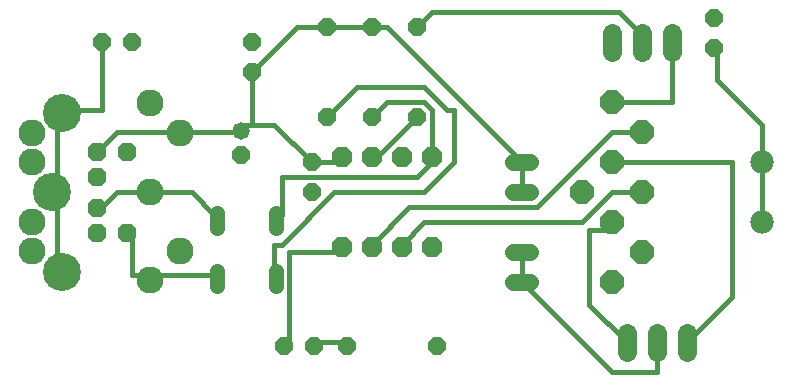
<source format=gtl>
G75*
%MOIN*%
%OFA0B0*%
%FSLAX24Y24*%
%IPPOS*%
%LPD*%
%AMOC8*
5,1,8,0,0,1.08239X$1,22.5*
%
%ADD10OC8,0.0580*%
%ADD11C,0.0580*%
%ADD12OC8,0.0614*%
%ADD13C,0.1266*%
%ADD14C,0.0496*%
%ADD15OC8,0.0680*%
%ADD16OC8,0.0780*%
%ADD17C,0.0780*%
%ADD18C,0.0620*%
%ADD19C,0.0900*%
%ADD20C,0.0580*%
%ADD21C,0.0160*%
D10*
X009780Y001575D03*
X010780Y001575D03*
X011905Y001575D03*
X014905Y001575D03*
X010717Y006700D03*
X010717Y007700D03*
X008355Y007947D03*
X011217Y009200D03*
X012717Y009200D03*
X014217Y009200D03*
X008717Y010700D03*
X008717Y011700D03*
X011217Y012200D03*
X012717Y012200D03*
X014217Y012200D03*
X004717Y011700D03*
X003717Y011700D03*
X024117Y011500D03*
X024117Y012500D03*
D11*
X008355Y008747D03*
D12*
X004548Y008039D03*
X003564Y008039D03*
X003564Y007212D03*
X003564Y006188D03*
X003564Y005361D03*
X004548Y005361D03*
D13*
X002387Y004060D03*
X002057Y006700D03*
X002387Y009340D03*
D14*
X007546Y006011D02*
X007546Y005514D01*
X009514Y005514D02*
X009514Y006011D01*
X009514Y004073D02*
X009514Y003577D01*
X007546Y003577D02*
X007546Y004073D01*
D15*
X011717Y004887D03*
X012717Y004887D03*
X013717Y004887D03*
X014717Y004887D03*
X014717Y007887D03*
X013717Y007887D03*
X012717Y007887D03*
X011717Y007887D03*
D16*
X019717Y006700D03*
X020717Y007700D03*
X021717Y006700D03*
X020717Y005700D03*
X021717Y004700D03*
X020717Y003700D03*
X021717Y008700D03*
X020717Y009700D03*
D17*
X025717Y007700D03*
X025717Y005700D03*
D18*
X023217Y002010D02*
X023217Y001390D01*
X022217Y001390D02*
X022217Y002010D01*
X021217Y002010D02*
X021217Y001390D01*
X020717Y011390D02*
X020717Y012010D01*
X021717Y012010D02*
X021717Y011390D01*
X022717Y011390D02*
X022717Y012010D01*
D19*
X005335Y003774D03*
X006331Y004746D03*
X005339Y006719D03*
X001405Y007703D03*
X001405Y008683D03*
X005335Y009683D03*
X006327Y008683D03*
X001405Y005723D03*
X001405Y004743D03*
D20*
X017427Y004700D02*
X018007Y004700D01*
X018007Y003700D02*
X017427Y003700D01*
X017427Y006700D02*
X018007Y006700D01*
X018007Y007700D02*
X017427Y007700D01*
D21*
X017717Y007700D02*
X013217Y012200D01*
X012717Y012200D01*
X011217Y012200D01*
X010217Y012200D01*
X008717Y010700D01*
X008717Y008950D01*
X009467Y008950D01*
X010717Y007700D01*
X011717Y007700D01*
X011717Y007887D01*
X012717Y007887D02*
X012717Y007950D01*
X012967Y007950D01*
X014217Y009200D01*
X014717Y009450D02*
X014467Y009700D01*
X013217Y009700D01*
X012717Y009200D01*
X012217Y010200D02*
X011217Y009200D01*
X012217Y010200D02*
X014467Y010200D01*
X015217Y009450D01*
X015467Y009450D01*
X015467Y007700D01*
X014467Y006700D01*
X011467Y006700D01*
X009717Y004950D01*
X009467Y004950D01*
X009467Y003950D01*
X009514Y003825D01*
X009967Y004700D02*
X011717Y004700D01*
X011717Y004887D01*
X012717Y004887D02*
X012717Y004950D01*
X013967Y006200D01*
X018217Y006200D01*
X020717Y008700D01*
X021717Y008700D01*
X020717Y009700D02*
X022717Y009700D01*
X022717Y011700D01*
X021717Y011700D02*
X021717Y011950D01*
X020967Y012700D01*
X014717Y012700D01*
X014217Y012200D01*
X014717Y009450D02*
X014717Y007887D01*
X014717Y007700D01*
X014217Y007200D01*
X009717Y007200D01*
X009717Y005950D01*
X009514Y005762D01*
X007546Y005762D02*
X007467Y005950D01*
X006717Y006700D01*
X005467Y006700D01*
X005339Y006719D01*
X005217Y006700D01*
X004217Y006700D01*
X003717Y006200D01*
X003564Y006188D01*
X002217Y006700D02*
X002057Y006700D01*
X002217Y006700D02*
X002217Y004200D01*
X002387Y004060D01*
X004717Y003950D02*
X004717Y005200D01*
X004548Y005361D01*
X002217Y006700D02*
X002217Y009200D01*
X002387Y009340D01*
X002467Y009450D01*
X003717Y009450D01*
X003717Y011700D01*
X008467Y008950D02*
X008355Y008747D01*
X008217Y008700D01*
X006467Y008700D01*
X006327Y008683D01*
X006217Y008700D01*
X004217Y008700D01*
X003717Y008200D01*
X003564Y008039D01*
X008467Y008950D02*
X008717Y008950D01*
X013717Y004950D02*
X014467Y005700D01*
X019717Y005700D01*
X020717Y006700D01*
X021717Y006700D01*
X020717Y007700D02*
X024717Y007700D01*
X024717Y003200D01*
X023217Y001700D01*
X022217Y001700D02*
X022217Y000700D01*
X020717Y000700D01*
X017717Y003700D01*
X017717Y004700D01*
X019967Y005450D02*
X020467Y005450D01*
X020717Y005700D01*
X019967Y005450D02*
X019967Y002950D01*
X021217Y001700D01*
X013717Y004887D02*
X013717Y004950D01*
X009967Y004700D02*
X009967Y001700D01*
X009780Y001575D01*
X010780Y001575D02*
X010967Y001700D01*
X011717Y001700D01*
X011905Y001575D01*
X007546Y003825D02*
X007467Y003950D01*
X005467Y003950D01*
X005335Y003774D01*
X005217Y003950D01*
X004717Y003950D01*
X017717Y006700D02*
X017717Y007700D01*
X024217Y010450D02*
X025717Y008950D01*
X025717Y007700D01*
X025717Y005700D01*
X024217Y010450D02*
X024217Y011450D01*
X024117Y011500D01*
M02*

</source>
